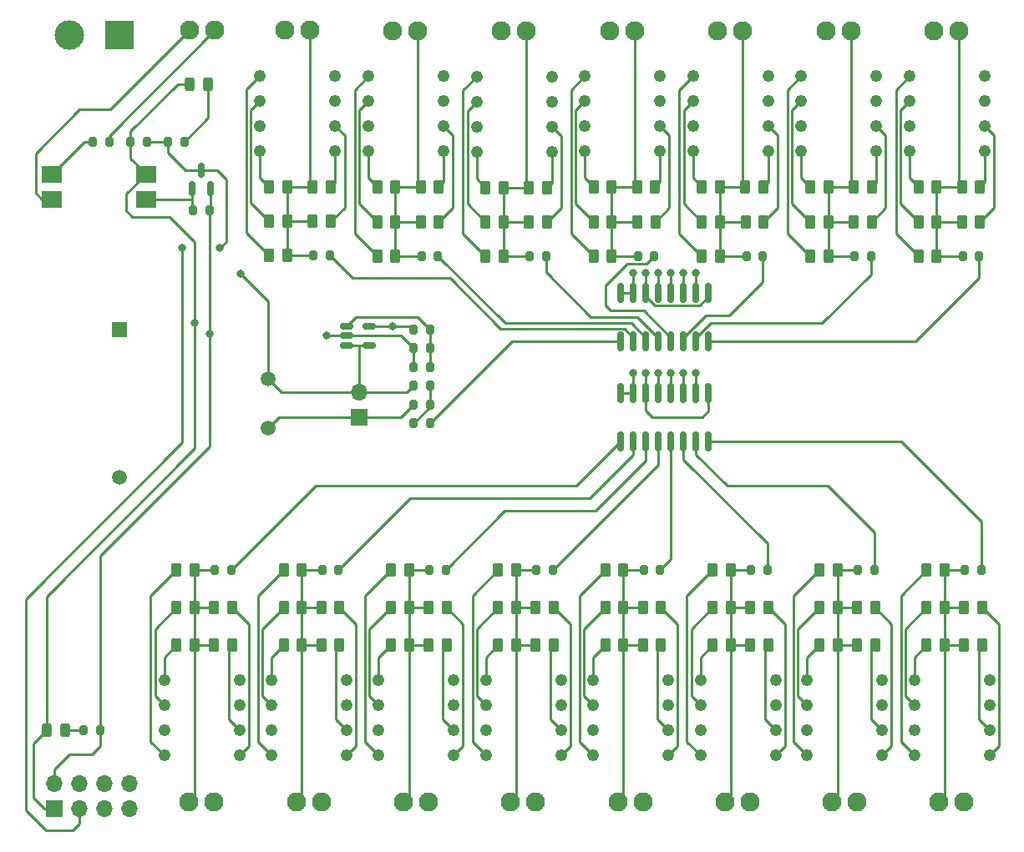
<source format=gbr>
%TF.GenerationSoftware,KiCad,Pcbnew,(7.0.0-0)*%
%TF.CreationDate,2023-02-21T10:25:41+01:00*%
%TF.ProjectId,epanel-energy-monitor,6570616e-656c-42d6-956e-657267792d6d,rev?*%
%TF.SameCoordinates,Original*%
%TF.FileFunction,Copper,L1,Top*%
%TF.FilePolarity,Positive*%
%FSLAX46Y46*%
G04 Gerber Fmt 4.6, Leading zero omitted, Abs format (unit mm)*
G04 Created by KiCad (PCBNEW (7.0.0-0)) date 2023-02-21 10:25:41*
%MOMM*%
%LPD*%
G01*
G04 APERTURE LIST*
G04 Aperture macros list*
%AMRoundRect*
0 Rectangle with rounded corners*
0 $1 Rounding radius*
0 $2 $3 $4 $5 $6 $7 $8 $9 X,Y pos of 4 corners*
0 Add a 4 corners polygon primitive as box body*
4,1,4,$2,$3,$4,$5,$6,$7,$8,$9,$2,$3,0*
0 Add four circle primitives for the rounded corners*
1,1,$1+$1,$2,$3*
1,1,$1+$1,$4,$5*
1,1,$1+$1,$6,$7*
1,1,$1+$1,$8,$9*
0 Add four rect primitives between the rounded corners*
20,1,$1+$1,$2,$3,$4,$5,0*
20,1,$1+$1,$4,$5,$6,$7,0*
20,1,$1+$1,$6,$7,$8,$9,0*
20,1,$1+$1,$8,$9,$2,$3,0*%
G04 Aperture macros list end*
%TA.AperFunction,ComponentPad*%
%ADD10C,1.217000*%
%TD*%
%TA.AperFunction,SMDPad,CuDef*%
%ADD11RoundRect,0.250000X0.262500X0.450000X-0.262500X0.450000X-0.262500X-0.450000X0.262500X-0.450000X0*%
%TD*%
%TA.AperFunction,SMDPad,CuDef*%
%ADD12RoundRect,0.250000X-0.262500X-0.450000X0.262500X-0.450000X0.262500X0.450000X-0.262500X0.450000X0*%
%TD*%
%TA.AperFunction,ComponentPad*%
%ADD13C,1.950000*%
%TD*%
%TA.AperFunction,SMDPad,CuDef*%
%ADD14RoundRect,0.200000X0.200000X0.275000X-0.200000X0.275000X-0.200000X-0.275000X0.200000X-0.275000X0*%
%TD*%
%TA.AperFunction,SMDPad,CuDef*%
%ADD15RoundRect,0.200000X-0.200000X-0.275000X0.200000X-0.275000X0.200000X0.275000X-0.200000X0.275000X0*%
%TD*%
%TA.AperFunction,SMDPad,CuDef*%
%ADD16RoundRect,0.243750X0.243750X0.456250X-0.243750X0.456250X-0.243750X-0.456250X0.243750X-0.456250X0*%
%TD*%
%TA.AperFunction,SMDPad,CuDef*%
%ADD17RoundRect,0.150000X0.150000X-0.825000X0.150000X0.825000X-0.150000X0.825000X-0.150000X-0.825000X0*%
%TD*%
%TA.AperFunction,SMDPad,CuDef*%
%ADD18R,2.000000X1.780000*%
%TD*%
%TA.AperFunction,SMDPad,CuDef*%
%ADD19RoundRect,0.150000X0.150000X-0.587500X0.150000X0.587500X-0.150000X0.587500X-0.150000X-0.587500X0*%
%TD*%
%TA.AperFunction,ComponentPad*%
%ADD20R,1.700000X1.700000*%
%TD*%
%TA.AperFunction,ComponentPad*%
%ADD21O,1.700000X1.700000*%
%TD*%
%TA.AperFunction,ComponentPad*%
%ADD22R,3.000000X3.000000*%
%TD*%
%TA.AperFunction,ComponentPad*%
%ADD23C,3.000000*%
%TD*%
%TA.AperFunction,SMDPad,CuDef*%
%ADD24RoundRect,0.150000X-0.512500X-0.150000X0.512500X-0.150000X0.512500X0.150000X-0.512500X0.150000X0*%
%TD*%
%TA.AperFunction,ComponentPad*%
%ADD25R,1.500000X1.500000*%
%TD*%
%TA.AperFunction,ComponentPad*%
%ADD26C,1.500000*%
%TD*%
%TA.AperFunction,ViaPad*%
%ADD27C,0.800000*%
%TD*%
%TA.AperFunction,Conductor*%
%ADD28C,0.250000*%
%TD*%
G04 APERTURE END LIST*
D10*
%TO.P,S15,1,pos_3*%
%TO.N,Net-(R98-Pad2)*%
X192310189Y-103541900D03*
%TO.P,S15,2,pos_2*%
%TO.N,Net-(R97-Pad2)*%
X192310189Y-106081900D03*
%TO.P,S15,3,Common*%
%TO.N,/CT Sensor 1/ZERO*%
X192310189Y-108621900D03*
%TO.P,S15,4,pos_1*%
%TO.N,Net-(R96-Pad2)*%
X192310189Y-111161900D03*
%TO.P,S15,5,NC*%
%TO.N,unconnected-(S15-Pad5)*%
X199930189Y-103541900D03*
%TO.P,S15,6,Common*%
%TO.N,/CT Sensor 1/ZERO*%
X199930189Y-106081900D03*
%TO.P,S15,7,pos_5*%
%TO.N,Net-(R100-Pad2)*%
X199930189Y-108621900D03*
%TO.P,S15,8,pos_4*%
%TO.N,Net-(R99-Pad2)*%
X199930189Y-111161900D03*
%TD*%
D11*
%TO.P,R74,1*%
%TO.N,Net-(J15-Pad1)*%
X151931769Y-99970480D03*
%TO.P,R74,2*%
%TO.N,Net-(R74-Pad2)*%
X150106769Y-99970480D03*
%TD*%
D12*
%TO.P,R45,1*%
%TO.N,Net-(J10-Pad1)*%
X186147889Y-53473789D03*
%TO.P,R45,2*%
%TO.N,Net-(R45-Pad2)*%
X187972889Y-53473789D03*
%TD*%
D11*
%TO.P,R48,1*%
%TO.N,Net-(J11-Pad1)*%
X194535689Y-53473789D03*
%TO.P,R48,2*%
%TO.N,Net-(R48-Pad2)*%
X192710689Y-53473789D03*
%TD*%
D12*
%TO.P,R88,1*%
%TO.N,Net-(J17-Pad1)*%
X175659169Y-99970480D03*
%TO.P,R88,2*%
%TO.N,Net-(R88-Pad2)*%
X177484169Y-99970480D03*
%TD*%
D13*
%TO.P,J15,1,Pin_1*%
%TO.N,Net-(J15-Pad1)*%
X151374869Y-115873280D03*
%TO.P,J15,2,Pin_2*%
%TO.N,/CT Sensor 1/ZERO*%
X153914869Y-115873280D03*
%TD*%
D11*
%TO.P,R92,1*%
%TO.N,Net-(J18-Pad1)*%
X184494569Y-99970480D03*
%TO.P,R92,2*%
%TO.N,Net-(R92-Pad2)*%
X182669569Y-99970480D03*
%TD*%
D14*
%TO.P,R77,1*%
%TO.N,/CT12*%
X166525469Y-92350480D03*
%TO.P,R77,2*%
%TO.N,Net-(J16-Pad1)*%
X164875469Y-92350480D03*
%TD*%
D11*
%TO.P,R18,1*%
%TO.N,Net-(J6-Pad1)*%
X139671689Y-53473789D03*
%TO.P,R18,2*%
%TO.N,Net-(R18-Pad2)*%
X137846689Y-53473789D03*
%TD*%
%TO.P,R42,1*%
%TO.N,Net-(J10-Pad1)*%
X183562889Y-53473789D03*
%TO.P,R42,2*%
%TO.N,Net-(R42-Pad2)*%
X181737889Y-53473789D03*
%TD*%
D10*
%TO.P,S12,1,pos_3*%
%TO.N,Net-(R80-Pad2)*%
X159747389Y-103541900D03*
%TO.P,S12,2,pos_2*%
%TO.N,Net-(R79-Pad2)*%
X159747389Y-106081900D03*
%TO.P,S12,3,Common*%
%TO.N,/CT Sensor 1/ZERO*%
X159747389Y-108621900D03*
%TO.P,S12,4,pos_1*%
%TO.N,Net-(R78-Pad2)*%
X159747389Y-111161900D03*
%TO.P,S12,5,NC*%
%TO.N,unconnected-(S12-Pad5)*%
X167367389Y-103541900D03*
%TO.P,S12,6,Common*%
%TO.N,/CT Sensor 1/ZERO*%
X167367389Y-106081900D03*
%TO.P,S12,7,pos_5*%
%TO.N,Net-(R82-Pad2)*%
X167367389Y-108621900D03*
%TO.P,S12,8,pos_4*%
%TO.N,Net-(R81-Pad2)*%
X167367389Y-111161900D03*
%TD*%
D11*
%TO.P,R55,1*%
%TO.N,Net-(J12-Pad1)*%
X119327300Y-96164400D03*
%TO.P,R55,2*%
%TO.N,Net-(R55-Pad2)*%
X117502300Y-96164400D03*
%TD*%
%TO.P,R54,1*%
%TO.N,Net-(J12-Pad1)*%
X119327300Y-92354400D03*
%TO.P,R54,2*%
%TO.N,Net-(R54-Pad2)*%
X117502300Y-92354400D03*
%TD*%
%TO.P,R67,1*%
%TO.N,Net-(J14-Pad1)*%
X141060569Y-96160480D03*
%TO.P,R67,2*%
%TO.N,Net-(R67-Pad2)*%
X139235569Y-96160480D03*
%TD*%
%TO.P,R68,1*%
%TO.N,Net-(J14-Pad1)*%
X141060569Y-99970480D03*
%TO.P,R68,2*%
%TO.N,Net-(R68-Pad2)*%
X139235569Y-99970480D03*
%TD*%
D12*
%TO.P,R81,1*%
%TO.N,Net-(J16-Pad1)*%
X164787969Y-96160480D03*
%TO.P,R81,2*%
%TO.N,Net-(R81-Pad2)*%
X166612969Y-96160480D03*
%TD*%
D14*
%TO.P,R29,1*%
%TO.N,/CT4*%
X165939789Y-60484189D03*
%TO.P,R29,2*%
%TO.N,Net-(J8-Pad1)*%
X164289789Y-60484189D03*
%TD*%
%TO.P,R11,1*%
%TO.N,/CT1*%
X133033600Y-60452000D03*
%TO.P,R11,2*%
%TO.N,Net-(J5-Pad1)*%
X131383600Y-60452000D03*
%TD*%
%TO.P,R9,1*%
%TO.N,Net-(R10-Pad2)*%
X143192000Y-75560000D03*
%TO.P,R9,2*%
%TO.N,Net-(J3-Pad1)*%
X141542000Y-75560000D03*
%TD*%
D10*
%TO.P,S11,1,pos_3*%
%TO.N,Net-(R74-Pad2)*%
X148876189Y-103541900D03*
%TO.P,S11,2,pos_2*%
%TO.N,Net-(R73-Pad2)*%
X148876189Y-106081900D03*
%TO.P,S11,3,Common*%
%TO.N,/CT Sensor 1/ZERO*%
X148876189Y-108621900D03*
%TO.P,S11,4,pos_1*%
%TO.N,Net-(R72-Pad2)*%
X148876189Y-111161900D03*
%TO.P,S11,5,NC*%
%TO.N,unconnected-(S11-Pad5)*%
X156496189Y-103541900D03*
%TO.P,S11,6,Common*%
%TO.N,/CT Sensor 1/ZERO*%
X156496189Y-106081900D03*
%TO.P,S11,7,pos_5*%
%TO.N,Net-(R76-Pad2)*%
X156496189Y-108621900D03*
%TO.P,S11,8,pos_4*%
%TO.N,Net-(R75-Pad2)*%
X156496189Y-111161900D03*
%TD*%
D15*
%TO.P,R6,1*%
%TO.N,GND*%
X141542000Y-69850000D03*
%TO.P,R6,2*%
%TO.N,Net-(C1-Pad1)*%
X143192000Y-69850000D03*
%TD*%
D11*
%TO.P,R12,1*%
%TO.N,Net-(J5-Pad1)*%
X128711100Y-53441600D03*
%TO.P,R12,2*%
%TO.N,Net-(R12-Pad2)*%
X126886100Y-53441600D03*
%TD*%
D14*
%TO.P,R59,1*%
%TO.N,/CT9*%
X133911869Y-92350480D03*
%TO.P,R59,2*%
%TO.N,Net-(J13-Pad1)*%
X132261869Y-92350480D03*
%TD*%
%TO.P,R8,1*%
%TO.N,Net-(R8-Pad1)*%
X143192000Y-77465000D03*
%TO.P,R8,2*%
%TO.N,Net-(R10-Pad2)*%
X141542000Y-77465000D03*
%TD*%
D13*
%TO.P,J5,1,Pin_1*%
%TO.N,Net-(J5-Pad1)*%
X131019600Y-37589600D03*
%TO.P,J5,2,Pin_2*%
%TO.N,/CT Sensor 1/ZERO*%
X128479600Y-37589600D03*
%TD*%
D12*
%TO.P,R27,1*%
%TO.N,Net-(J7-Pad1)*%
X153229489Y-53524589D03*
%TO.P,R27,2*%
%TO.N,Net-(R27-Pad2)*%
X155054489Y-53524589D03*
%TD*%
D11*
%TO.P,R61,1*%
%TO.N,Net-(J13-Pad1)*%
X130189369Y-96160480D03*
%TO.P,R61,2*%
%TO.N,Net-(R61-Pad2)*%
X128364369Y-96160480D03*
%TD*%
D13*
%TO.P,J6,1,Pin_1*%
%TO.N,Net-(J6-Pad1)*%
X141980189Y-37621789D03*
%TO.P,J6,2,Pin_2*%
%TO.N,/CT Sensor 1/ZERO*%
X139440189Y-37621789D03*
%TD*%
D10*
%TO.P,S6,1,pos_3*%
%TO.N,Net-(R44-Pad2)*%
X180835789Y-42246989D03*
%TO.P,S6,2,pos_2*%
%TO.N,Net-(R43-Pad2)*%
X180835789Y-44786989D03*
%TO.P,S6,3,Common*%
%TO.N,/CT Sensor 1/ZERO*%
X180835789Y-47326989D03*
%TO.P,S6,4,pos_1*%
%TO.N,Net-(R42-Pad2)*%
X180835789Y-49866989D03*
%TO.P,S6,5,NC*%
%TO.N,unconnected-(S6-Pad5)*%
X188455789Y-42246989D03*
%TO.P,S6,6,Common*%
%TO.N,/CT Sensor 1/ZERO*%
X188455789Y-44786989D03*
%TO.P,S6,7,pos_5*%
%TO.N,Net-(R46-Pad2)*%
X188455789Y-47326989D03*
%TO.P,S6,8,pos_4*%
%TO.N,Net-(R45-Pad2)*%
X188455789Y-49866989D03*
%TD*%
D14*
%TO.P,R3,1*%
%TO.N,/TIC*%
X114490000Y-48895000D03*
%TO.P,R3,2*%
%TO.N,+3V3*%
X112840000Y-48895000D03*
%TD*%
D16*
%TO.P,D2,1,K*%
%TO.N,Net-(D2-Pad1)*%
X120723900Y-43027600D03*
%TO.P,D2,2,A*%
%TO.N,+3V3*%
X118848900Y-43027600D03*
%TD*%
D14*
%TO.P,R89,1*%
%TO.N,/CT14*%
X188217069Y-92350480D03*
%TO.P,R89,2*%
%TO.N,Net-(J18-Pad1)*%
X186567069Y-92350480D03*
%TD*%
D11*
%TO.P,R13,1*%
%TO.N,Net-(J5-Pad1)*%
X128717500Y-56960000D03*
%TO.P,R13,2*%
%TO.N,Net-(R13-Pad2)*%
X126892500Y-56960000D03*
%TD*%
%TO.P,R30,1*%
%TO.N,Net-(J8-Pad1)*%
X161617289Y-53473789D03*
%TO.P,R30,2*%
%TO.N,Net-(R30-Pad2)*%
X159792289Y-53473789D03*
%TD*%
%TO.P,R86,1*%
%TO.N,Net-(J17-Pad1)*%
X173674169Y-99970480D03*
%TO.P,R86,2*%
%TO.N,Net-(R86-Pad2)*%
X171849169Y-99970480D03*
%TD*%
D17*
%TO.P,U2,1,CH0*%
%TO.N,Net-(R8-Pad1)*%
X162560000Y-69150000D03*
%TO.P,U2,2,CH1*%
%TO.N,/CT1*%
X163830000Y-69150000D03*
%TO.P,U2,3,CH2*%
%TO.N,/CT2*%
X165100000Y-69150000D03*
%TO.P,U2,4,CH3*%
%TO.N,/CT3*%
X166370000Y-69150000D03*
%TO.P,U2,5,CH4*%
%TO.N,/CT4*%
X167640000Y-69150000D03*
%TO.P,U2,6,CH5*%
%TO.N,/CT5*%
X168910000Y-69150000D03*
%TO.P,U2,7,CH6*%
%TO.N,/CT6*%
X170180000Y-69150000D03*
%TO.P,U2,8,CH7*%
%TO.N,/CT7*%
X171450000Y-69150000D03*
%TO.P,U2,9,DGND*%
%TO.N,GND*%
X171450000Y-64200000D03*
%TO.P,U2,10,~{CS}/SHDN*%
%TO.N,/CS1*%
X170180000Y-64200000D03*
%TO.P,U2,11,Din*%
%TO.N,/MOSI*%
X168910000Y-64200000D03*
%TO.P,U2,12,Dout*%
%TO.N,/MISO*%
X167640000Y-64200000D03*
%TO.P,U2,13,CLK*%
%TO.N,/SCLK*%
X166370000Y-64200000D03*
%TO.P,U2,14,AGND*%
%TO.N,GND*%
X165100000Y-64200000D03*
%TO.P,U2,15,Vref*%
%TO.N,+3V3*%
X163830000Y-64200000D03*
%TO.P,U2,16,Vdd*%
X162560000Y-64200000D03*
%TD*%
D16*
%TO.P,D1,1,K*%
%TO.N,Net-(D1-Pad1)*%
X106195100Y-108610400D03*
%TO.P,D1,2,A*%
%TO.N,+3V3*%
X104320100Y-108610400D03*
%TD*%
D15*
%TO.P,R10,1*%
%TO.N,/CT Sensor 1/ZERO*%
X141542000Y-73655000D03*
%TO.P,R10,2*%
%TO.N,Net-(R10-Pad2)*%
X143192000Y-73655000D03*
%TD*%
D12*
%TO.P,R51,1*%
%TO.N,Net-(J11-Pad1)*%
X197120689Y-53473789D03*
%TO.P,R51,2*%
%TO.N,Net-(R51-Pad2)*%
X198945689Y-53473789D03*
%TD*%
D13*
%TO.P,J2,1,Pin_1*%
%TO.N,Net-(J2-Pad1)*%
X121412000Y-37541200D03*
%TO.P,J2,2,Pin_2*%
%TO.N,Net-(J2-Pad2)*%
X118872000Y-37541200D03*
%TD*%
D12*
%TO.P,R69,1*%
%TO.N,Net-(J14-Pad1)*%
X143045569Y-96160480D03*
%TO.P,R69,2*%
%TO.N,Net-(R69-Pad2)*%
X144870569Y-96160480D03*
%TD*%
D11*
%TO.P,R19,1*%
%TO.N,Net-(J6-Pad1)*%
X139678089Y-56992189D03*
%TO.P,R19,2*%
%TO.N,Net-(R19-Pad2)*%
X137853089Y-56992189D03*
%TD*%
D13*
%TO.P,J7,1,Pin_1*%
%TO.N,Net-(J7-Pad1)*%
X152952989Y-37672589D03*
%TO.P,J7,2,Pin_2*%
%TO.N,/CT Sensor 1/ZERO*%
X150412989Y-37672589D03*
%TD*%
D11*
%TO.P,R96,1*%
%TO.N,Net-(J19-Pad1)*%
X195365769Y-92350480D03*
%TO.P,R96,2*%
%TO.N,Net-(R96-Pad2)*%
X193540769Y-92350480D03*
%TD*%
D10*
%TO.P,S8,1,pos_3*%
%TO.N,Net-(R56-Pad2)*%
X116271720Y-103545820D03*
%TO.P,S8,2,pos_2*%
%TO.N,Net-(R55-Pad2)*%
X116271720Y-106085820D03*
%TO.P,S8,3,Common*%
%TO.N,/CT Sensor 1/ZERO*%
X116271720Y-108625820D03*
%TO.P,S8,4,pos_1*%
%TO.N,Net-(R54-Pad2)*%
X116271720Y-111165820D03*
%TO.P,S8,5,NC*%
%TO.N,unconnected-(S8-Pad5)*%
X123891720Y-103545820D03*
%TO.P,S8,6,Common*%
%TO.N,/CT Sensor 1/ZERO*%
X123891720Y-106085820D03*
%TO.P,S8,7,pos_5*%
%TO.N,Net-(R58-Pad2)*%
X123891720Y-108625820D03*
%TO.P,S8,8,pos_4*%
%TO.N,Net-(R57-Pad2)*%
X123891720Y-111165820D03*
%TD*%
D18*
%TO.P,U1,1*%
%TO.N,Net-(R7-Pad2)*%
X104861399Y-52171599D03*
%TO.P,U1,2*%
%TO.N,Net-(J2-Pad2)*%
X104861399Y-54711599D03*
%TO.P,U1,3*%
%TO.N,Net-(Q1-Pad1)*%
X114391399Y-54711599D03*
%TO.P,U1,4*%
%TO.N,+3V3*%
X114391399Y-52171599D03*
%TD*%
D14*
%TO.P,R83,1*%
%TO.N,/CT13*%
X177396669Y-92350480D03*
%TO.P,R83,2*%
%TO.N,Net-(J17-Pad1)*%
X175746669Y-92350480D03*
%TD*%
D11*
%TO.P,R80,1*%
%TO.N,Net-(J16-Pad1)*%
X162802969Y-99970480D03*
%TO.P,R80,2*%
%TO.N,Net-(R80-Pad2)*%
X160977969Y-99970480D03*
%TD*%
D19*
%TO.P,Q1,1,G*%
%TO.N,Net-(Q1-Pad1)*%
X119065000Y-53642500D03*
%TO.P,Q1,2,S*%
%TO.N,GND*%
X120965000Y-53642500D03*
%TO.P,Q1,3,D*%
%TO.N,/TIC*%
X120015000Y-51767500D03*
%TD*%
D13*
%TO.P,J11,1,Pin_1*%
%TO.N,Net-(J11-Pad1)*%
X196844189Y-37621789D03*
%TO.P,J11,2,Pin_2*%
%TO.N,/CT Sensor 1/ZERO*%
X194304189Y-37621789D03*
%TD*%
D14*
%TO.P,R65,1*%
%TO.N,/CT10*%
X144783069Y-92350480D03*
%TO.P,R65,2*%
%TO.N,Net-(J14-Pad1)*%
X143133069Y-92350480D03*
%TD*%
D12*
%TO.P,R28,1*%
%TO.N,Net-(J7-Pad1)*%
X153235889Y-57042989D03*
%TO.P,R28,2*%
%TO.N,Net-(R28-Pad2)*%
X155060889Y-57042989D03*
%TD*%
D14*
%TO.P,R7,1*%
%TO.N,Net-(J2-Pad1)*%
X110680000Y-48895000D03*
%TO.P,R7,2*%
%TO.N,Net-(R7-Pad2)*%
X109030000Y-48895000D03*
%TD*%
D12*
%TO.P,R52,1*%
%TO.N,Net-(J11-Pad1)*%
X197127089Y-56992189D03*
%TO.P,R52,2*%
%TO.N,Net-(R52-Pad2)*%
X198952089Y-56992189D03*
%TD*%
%TO.P,R57,1*%
%TO.N,Net-(J12-Pad1)*%
X121312300Y-96164400D03*
%TO.P,R57,2*%
%TO.N,Net-(R57-Pad2)*%
X123137300Y-96164400D03*
%TD*%
%TO.P,R34,1*%
%TO.N,Net-(J8-Pad1)*%
X164208689Y-56992189D03*
%TO.P,R34,2*%
%TO.N,Net-(R34-Pad2)*%
X166033689Y-56992189D03*
%TD*%
D14*
%TO.P,R95,1*%
%TO.N,/CT15*%
X199088269Y-92350480D03*
%TO.P,R95,2*%
%TO.N,Net-(J19-Pad1)*%
X197438269Y-92350480D03*
%TD*%
D10*
%TO.P,S1,1,pos_3*%
%TO.N,Net-(R14-Pad2)*%
X125984000Y-42214800D03*
%TO.P,S1,2,pos_2*%
%TO.N,Net-(R13-Pad2)*%
X125984000Y-44754800D03*
%TO.P,S1,3,Common*%
%TO.N,/CT Sensor 1/ZERO*%
X125984000Y-47294800D03*
%TO.P,S1,4,pos_1*%
%TO.N,Net-(R12-Pad2)*%
X125984000Y-49834800D03*
%TO.P,S1,5,NC*%
%TO.N,unconnected-(S1-Pad5)*%
X133604000Y-42214800D03*
%TO.P,S1,6,Common*%
%TO.N,/CT Sensor 1/ZERO*%
X133604000Y-44754800D03*
%TO.P,S1,7,pos_5*%
%TO.N,Net-(R16-Pad2)*%
X133604000Y-47294800D03*
%TO.P,S1,8,pos_4*%
%TO.N,Net-(R15-Pad2)*%
X133604000Y-49834800D03*
%TD*%
D11*
%TO.P,R31,1*%
%TO.N,Net-(J8-Pad1)*%
X161623689Y-56992189D03*
%TO.P,R31,2*%
%TO.N,Net-(R31-Pad2)*%
X159798689Y-56992189D03*
%TD*%
%TO.P,R79,1*%
%TO.N,Net-(J16-Pad1)*%
X162802969Y-96160480D03*
%TO.P,R79,2*%
%TO.N,Net-(R79-Pad2)*%
X160977969Y-96160480D03*
%TD*%
D15*
%TO.P,R2,1*%
%TO.N,/TIC*%
X116650000Y-48895000D03*
%TO.P,R2,2*%
%TO.N,Net-(D2-Pad1)*%
X118300000Y-48895000D03*
%TD*%
D12*
%TO.P,R87,1*%
%TO.N,Net-(J17-Pad1)*%
X175659169Y-96160480D03*
%TO.P,R87,2*%
%TO.N,Net-(R87-Pad2)*%
X177484169Y-96160480D03*
%TD*%
D17*
%TO.P,U3,1,CH0*%
%TO.N,/CT8*%
X162560000Y-79310000D03*
%TO.P,U3,2,CH1*%
%TO.N,/CT9*%
X163830000Y-79310000D03*
%TO.P,U3,3,CH2*%
%TO.N,/CT10*%
X165100000Y-79310000D03*
%TO.P,U3,4,CH3*%
%TO.N,/CT11*%
X166370000Y-79310000D03*
%TO.P,U3,5,CH4*%
%TO.N,/CT12*%
X167640000Y-79310000D03*
%TO.P,U3,6,CH5*%
%TO.N,/CT13*%
X168910000Y-79310000D03*
%TO.P,U3,7,CH6*%
%TO.N,/CT14*%
X170180000Y-79310000D03*
%TO.P,U3,8,CH7*%
%TO.N,/CT15*%
X171450000Y-79310000D03*
%TO.P,U3,9,DGND*%
%TO.N,GND*%
X171450000Y-74360000D03*
%TO.P,U3,10,~{CS}/SHDN*%
%TO.N,/CS2*%
X170180000Y-74360000D03*
%TO.P,U3,11,Din*%
%TO.N,/MOSI*%
X168910000Y-74360000D03*
%TO.P,U3,12,Dout*%
%TO.N,/MISO*%
X167640000Y-74360000D03*
%TO.P,U3,13,CLK*%
%TO.N,/SCLK*%
X166370000Y-74360000D03*
%TO.P,U3,14,AGND*%
%TO.N,GND*%
X165100000Y-74360000D03*
%TO.P,U3,15,Vref*%
%TO.N,+3V3*%
X163830000Y-74360000D03*
%TO.P,U3,16,Vdd*%
X162560000Y-74360000D03*
%TD*%
D14*
%TO.P,R41,1*%
%TO.N,/CT6*%
X187885389Y-60484189D03*
%TO.P,R41,2*%
%TO.N,Net-(J10-Pad1)*%
X186235389Y-60484189D03*
%TD*%
D10*
%TO.P,S5,1,pos_3*%
%TO.N,Net-(R38-Pad2)*%
X169862989Y-42246989D03*
%TO.P,S5,2,pos_2*%
%TO.N,Net-(R37-Pad2)*%
X169862989Y-44786989D03*
%TO.P,S5,3,Common*%
%TO.N,/CT Sensor 1/ZERO*%
X169862989Y-47326989D03*
%TO.P,S5,4,pos_1*%
%TO.N,Net-(R36-Pad2)*%
X169862989Y-49866989D03*
%TO.P,S5,5,NC*%
%TO.N,unconnected-(S5-Pad5)*%
X177482989Y-42246989D03*
%TO.P,S5,6,Common*%
%TO.N,/CT Sensor 1/ZERO*%
X177482989Y-44786989D03*
%TO.P,S5,7,pos_5*%
%TO.N,Net-(R40-Pad2)*%
X177482989Y-47326989D03*
%TO.P,S5,8,pos_4*%
%TO.N,Net-(R39-Pad2)*%
X177482989Y-49866989D03*
%TD*%
D14*
%TO.P,R17,1*%
%TO.N,/CT2*%
X143994189Y-60484189D03*
%TO.P,R17,2*%
%TO.N,Net-(J6-Pad1)*%
X142344189Y-60484189D03*
%TD*%
D20*
%TO.P,J1,1,Pin_1*%
%TO.N,+3V3*%
X105079799Y-116535199D03*
D21*
%TO.P,J1,2,Pin_2*%
%TO.N,GND*%
X105079799Y-113995199D03*
%TO.P,J1,3,Pin_3*%
%TO.N,/TIC*%
X107619799Y-116535199D03*
%TO.P,J1,4,Pin_4*%
%TO.N,/SCLK*%
X107619799Y-113995199D03*
%TO.P,J1,5,Pin_5*%
%TO.N,/CS1*%
X110159799Y-116535199D03*
%TO.P,J1,6,Pin_6*%
%TO.N,/MISO*%
X110159799Y-113995199D03*
%TO.P,J1,7,Pin_7*%
%TO.N,/CS2*%
X112699799Y-116535199D03*
%TO.P,J1,8,Pin_8*%
%TO.N,/MOSI*%
X112699799Y-113995199D03*
%TD*%
D10*
%TO.P,S3,1,pos_3*%
%TO.N,Net-(R26-Pad2)*%
X147917389Y-42297789D03*
%TO.P,S3,2,pos_2*%
%TO.N,Net-(R25-Pad2)*%
X147917389Y-44837789D03*
%TO.P,S3,3,Common*%
%TO.N,/CT Sensor 1/ZERO*%
X147917389Y-47377789D03*
%TO.P,S3,4,pos_1*%
%TO.N,Net-(R24-Pad2)*%
X147917389Y-49917789D03*
%TO.P,S3,5,NC*%
%TO.N,unconnected-(S3-Pad5)*%
X155537389Y-42297789D03*
%TO.P,S3,6,Common*%
%TO.N,/CT Sensor 1/ZERO*%
X155537389Y-44837789D03*
%TO.P,S3,7,pos_5*%
%TO.N,Net-(R28-Pad2)*%
X155537389Y-47377789D03*
%TO.P,S3,8,pos_4*%
%TO.N,Net-(R27-Pad2)*%
X155537389Y-49917789D03*
%TD*%
D14*
%TO.P,R5,1*%
%TO.N,Net-(C1-Pad1)*%
X143192000Y-67945000D03*
%TO.P,R5,2*%
%TO.N,+3V3*%
X141542000Y-67945000D03*
%TD*%
%TO.P,R4,1*%
%TO.N,GND*%
X120840000Y-55880000D03*
%TO.P,R4,2*%
%TO.N,Net-(Q1-Pad1)*%
X119190000Y-55880000D03*
%TD*%
D10*
%TO.P,S4,1,pos_3*%
%TO.N,Net-(R32-Pad2)*%
X158890189Y-42246989D03*
%TO.P,S4,2,pos_2*%
%TO.N,Net-(R31-Pad2)*%
X158890189Y-44786989D03*
%TO.P,S4,3,Common*%
%TO.N,/CT Sensor 1/ZERO*%
X158890189Y-47326989D03*
%TO.P,S4,4,pos_1*%
%TO.N,Net-(R30-Pad2)*%
X158890189Y-49866989D03*
%TO.P,S4,5,NC*%
%TO.N,unconnected-(S4-Pad5)*%
X166510189Y-42246989D03*
%TO.P,S4,6,Common*%
%TO.N,/CT Sensor 1/ZERO*%
X166510189Y-44786989D03*
%TO.P,S4,7,pos_5*%
%TO.N,Net-(R34-Pad2)*%
X166510189Y-47326989D03*
%TO.P,S4,8,pos_4*%
%TO.N,Net-(R33-Pad2)*%
X166510189Y-49866989D03*
%TD*%
D12*
%TO.P,R93,1*%
%TO.N,Net-(J18-Pad1)*%
X186479569Y-96160480D03*
%TO.P,R93,2*%
%TO.N,Net-(R93-Pad2)*%
X188304569Y-96160480D03*
%TD*%
D13*
%TO.P,J8,1,Pin_1*%
%TO.N,Net-(J8-Pad1)*%
X163925789Y-37621789D03*
%TO.P,J8,2,Pin_2*%
%TO.N,/CT Sensor 1/ZERO*%
X161385789Y-37621789D03*
%TD*%
%TO.P,J9,1,Pin_1*%
%TO.N,Net-(J9-Pad1)*%
X174898589Y-37621789D03*
%TO.P,J9,2,Pin_2*%
%TO.N,/CT Sensor 1/ZERO*%
X172358589Y-37621789D03*
%TD*%
D11*
%TO.P,R14,1*%
%TO.N,Net-(J5-Pad1)*%
X128717500Y-60452000D03*
%TO.P,R14,2*%
%TO.N,Net-(R14-Pad2)*%
X126892500Y-60452000D03*
%TD*%
%TO.P,R97,1*%
%TO.N,Net-(J19-Pad1)*%
X195365769Y-96160480D03*
%TO.P,R97,2*%
%TO.N,Net-(R97-Pad2)*%
X193540769Y-96160480D03*
%TD*%
D10*
%TO.P,S7,1,pos_3*%
%TO.N,Net-(R50-Pad2)*%
X191808589Y-42246989D03*
%TO.P,S7,2,pos_2*%
%TO.N,Net-(R49-Pad2)*%
X191808589Y-44786989D03*
%TO.P,S7,3,Common*%
%TO.N,/CT Sensor 1/ZERO*%
X191808589Y-47326989D03*
%TO.P,S7,4,pos_1*%
%TO.N,Net-(R48-Pad2)*%
X191808589Y-49866989D03*
%TO.P,S7,5,NC*%
%TO.N,unconnected-(S7-Pad5)*%
X199428589Y-42246989D03*
%TO.P,S7,6,Common*%
%TO.N,/CT Sensor 1/ZERO*%
X199428589Y-44786989D03*
%TO.P,S7,7,pos_5*%
%TO.N,Net-(R52-Pad2)*%
X199428589Y-47326989D03*
%TO.P,S7,8,pos_4*%
%TO.N,Net-(R51-Pad2)*%
X199428589Y-49866989D03*
%TD*%
D11*
%TO.P,R56,1*%
%TO.N,Net-(J12-Pad1)*%
X119327300Y-99974400D03*
%TO.P,R56,2*%
%TO.N,Net-(R56-Pad2)*%
X117502300Y-99974400D03*
%TD*%
%TO.P,R72,1*%
%TO.N,Net-(J15-Pad1)*%
X151931769Y-92350480D03*
%TO.P,R72,2*%
%TO.N,Net-(R72-Pad2)*%
X150106769Y-92350480D03*
%TD*%
D10*
%TO.P,S2,1,pos_3*%
%TO.N,Net-(R20-Pad2)*%
X136944589Y-42246989D03*
%TO.P,S2,2,pos_2*%
%TO.N,Net-(R19-Pad2)*%
X136944589Y-44786989D03*
%TO.P,S2,3,Common*%
%TO.N,/CT Sensor 1/ZERO*%
X136944589Y-47326989D03*
%TO.P,S2,4,pos_1*%
%TO.N,Net-(R18-Pad2)*%
X136944589Y-49866989D03*
%TO.P,S2,5,NC*%
%TO.N,unconnected-(S2-Pad5)*%
X144564589Y-42246989D03*
%TO.P,S2,6,Common*%
%TO.N,/CT Sensor 1/ZERO*%
X144564589Y-44786989D03*
%TO.P,S2,7,pos_5*%
%TO.N,Net-(R22-Pad2)*%
X144564589Y-47326989D03*
%TO.P,S2,8,pos_4*%
%TO.N,Net-(R21-Pad2)*%
X144564589Y-49866989D03*
%TD*%
D12*
%TO.P,R22,1*%
%TO.N,Net-(J6-Pad1)*%
X142263089Y-56992189D03*
%TO.P,R22,2*%
%TO.N,Net-(R22-Pad2)*%
X144088089Y-56992189D03*
%TD*%
D13*
%TO.P,J14,1,Pin_1*%
%TO.N,Net-(J14-Pad1)*%
X140503669Y-115873280D03*
%TO.P,J14,2,Pin_2*%
%TO.N,/CT Sensor 1/ZERO*%
X143043669Y-115873280D03*
%TD*%
D11*
%TO.P,R37,1*%
%TO.N,Net-(J9-Pad1)*%
X172596489Y-56992189D03*
%TO.P,R37,2*%
%TO.N,Net-(R37-Pad2)*%
X170771489Y-56992189D03*
%TD*%
%TO.P,R91,1*%
%TO.N,Net-(J18-Pad1)*%
X184494569Y-96160480D03*
%TO.P,R91,2*%
%TO.N,Net-(R91-Pad2)*%
X182669569Y-96160480D03*
%TD*%
%TO.P,R38,1*%
%TO.N,Net-(J9-Pad1)*%
X172596489Y-60484189D03*
%TO.P,R38,2*%
%TO.N,Net-(R38-Pad2)*%
X170771489Y-60484189D03*
%TD*%
D13*
%TO.P,J16,1,Pin_1*%
%TO.N,Net-(J16-Pad1)*%
X162246069Y-115873280D03*
%TO.P,J16,2,Pin_2*%
%TO.N,/CT Sensor 1/ZERO*%
X164786069Y-115873280D03*
%TD*%
D10*
%TO.P,S13,1,pos_3*%
%TO.N,Net-(R86-Pad2)*%
X170618589Y-103541900D03*
%TO.P,S13,2,pos_2*%
%TO.N,Net-(R85-Pad2)*%
X170618589Y-106081900D03*
%TO.P,S13,3,Common*%
%TO.N,/CT Sensor 1/ZERO*%
X170618589Y-108621900D03*
%TO.P,S13,4,pos_1*%
%TO.N,Net-(R84-Pad2)*%
X170618589Y-111161900D03*
%TO.P,S13,5,NC*%
%TO.N,unconnected-(S13-Pad5)*%
X178238589Y-103541900D03*
%TO.P,S13,6,Common*%
%TO.N,/CT Sensor 1/ZERO*%
X178238589Y-106081900D03*
%TO.P,S13,7,pos_5*%
%TO.N,Net-(R88-Pad2)*%
X178238589Y-108621900D03*
%TO.P,S13,8,pos_4*%
%TO.N,Net-(R87-Pad2)*%
X178238589Y-111161900D03*
%TD*%
D11*
%TO.P,R60,1*%
%TO.N,Net-(J13-Pad1)*%
X130189369Y-92350480D03*
%TO.P,R60,2*%
%TO.N,Net-(R60-Pad2)*%
X128364369Y-92350480D03*
%TD*%
%TO.P,R26,1*%
%TO.N,Net-(J7-Pad1)*%
X150650889Y-60534989D03*
%TO.P,R26,2*%
%TO.N,Net-(R26-Pad2)*%
X148825889Y-60534989D03*
%TD*%
D10*
%TO.P,S9,1,pos_3*%
%TO.N,Net-(R62-Pad2)*%
X127133789Y-103541900D03*
%TO.P,S9,2,pos_2*%
%TO.N,Net-(R61-Pad2)*%
X127133789Y-106081900D03*
%TO.P,S9,3,Common*%
%TO.N,/CT Sensor 1/ZERO*%
X127133789Y-108621900D03*
%TO.P,S9,4,pos_1*%
%TO.N,Net-(R60-Pad2)*%
X127133789Y-111161900D03*
%TO.P,S9,5,NC*%
%TO.N,unconnected-(S9-Pad5)*%
X134753789Y-103541900D03*
%TO.P,S9,6,Common*%
%TO.N,/CT Sensor 1/ZERO*%
X134753789Y-106081900D03*
%TO.P,S9,7,pos_5*%
%TO.N,Net-(R64-Pad2)*%
X134753789Y-108621900D03*
%TO.P,S9,8,pos_4*%
%TO.N,Net-(R63-Pad2)*%
X134753789Y-111161900D03*
%TD*%
D12*
%TO.P,R46,1*%
%TO.N,Net-(J10-Pad1)*%
X186154289Y-56992189D03*
%TO.P,R46,2*%
%TO.N,Net-(R46-Pad2)*%
X187979289Y-56992189D03*
%TD*%
%TO.P,R40,1*%
%TO.N,Net-(J9-Pad1)*%
X175181489Y-56992189D03*
%TO.P,R40,2*%
%TO.N,Net-(R40-Pad2)*%
X177006489Y-56992189D03*
%TD*%
D11*
%TO.P,R85,1*%
%TO.N,Net-(J17-Pad1)*%
X173674169Y-96160480D03*
%TO.P,R85,2*%
%TO.N,Net-(R85-Pad2)*%
X171849169Y-96160480D03*
%TD*%
D12*
%TO.P,R15,1*%
%TO.N,Net-(J5-Pad1)*%
X131296100Y-53441600D03*
%TO.P,R15,2*%
%TO.N,Net-(R15-Pad2)*%
X133121100Y-53441600D03*
%TD*%
%TO.P,R63,1*%
%TO.N,Net-(J13-Pad1)*%
X132174369Y-96160480D03*
%TO.P,R63,2*%
%TO.N,Net-(R63-Pad2)*%
X133999369Y-96160480D03*
%TD*%
D20*
%TO.P,J3,1,Pin_1*%
%TO.N,Net-(J3-Pad1)*%
X135987499Y-76834999D03*
D21*
%TO.P,J3,2,Pin_2*%
%TO.N,/CT Sensor 1/ZERO*%
X135987499Y-74294999D03*
%TD*%
D11*
%TO.P,R20,1*%
%TO.N,Net-(J6-Pad1)*%
X139678089Y-60484189D03*
%TO.P,R20,2*%
%TO.N,Net-(R20-Pad2)*%
X137853089Y-60484189D03*
%TD*%
D14*
%TO.P,C1,1*%
%TO.N,Net-(C1-Pad1)*%
X143192000Y-71755000D03*
%TO.P,C1,2*%
%TO.N,GND*%
X141542000Y-71755000D03*
%TD*%
D11*
%TO.P,R49,1*%
%TO.N,Net-(J11-Pad1)*%
X194542089Y-56992189D03*
%TO.P,R49,2*%
%TO.N,Net-(R49-Pad2)*%
X192717089Y-56992189D03*
%TD*%
D14*
%TO.P,R47,1*%
%TO.N,/CT7*%
X198858189Y-60484189D03*
%TO.P,R47,2*%
%TO.N,Net-(J11-Pad1)*%
X197208189Y-60484189D03*
%TD*%
D22*
%TO.P,J4,1,Pin_1*%
%TO.N,Net-(J4-Pad1)*%
X111759999Y-38099999D03*
D23*
%TO.P,J4,2,Pin_2*%
%TO.N,Net-(J4-Pad2)*%
X106680000Y-38100000D03*
%TD*%
D10*
%TO.P,S10,1,pos_3*%
%TO.N,Net-(R68-Pad2)*%
X138004989Y-103541900D03*
%TO.P,S10,2,pos_2*%
%TO.N,Net-(R67-Pad2)*%
X138004989Y-106081900D03*
%TO.P,S10,3,Common*%
%TO.N,/CT Sensor 1/ZERO*%
X138004989Y-108621900D03*
%TO.P,S10,4,pos_1*%
%TO.N,Net-(R66-Pad2)*%
X138004989Y-111161900D03*
%TO.P,S10,5,NC*%
%TO.N,unconnected-(S10-Pad5)*%
X145624989Y-103541900D03*
%TO.P,S10,6,Common*%
%TO.N,/CT Sensor 1/ZERO*%
X145624989Y-106081900D03*
%TO.P,S10,7,pos_5*%
%TO.N,Net-(R70-Pad2)*%
X145624989Y-108621900D03*
%TO.P,S10,8,pos_4*%
%TO.N,Net-(R69-Pad2)*%
X145624989Y-111161900D03*
%TD*%
D12*
%TO.P,R58,1*%
%TO.N,Net-(J12-Pad1)*%
X121312300Y-99974400D03*
%TO.P,R58,2*%
%TO.N,Net-(R58-Pad2)*%
X123137300Y-99974400D03*
%TD*%
%TO.P,R76,1*%
%TO.N,Net-(J15-Pad1)*%
X153916769Y-99970480D03*
%TO.P,R76,2*%
%TO.N,Net-(R76-Pad2)*%
X155741769Y-99970480D03*
%TD*%
D11*
%TO.P,R66,1*%
%TO.N,Net-(J14-Pad1)*%
X141060569Y-92350480D03*
%TO.P,R66,2*%
%TO.N,Net-(R66-Pad2)*%
X139235569Y-92350480D03*
%TD*%
%TO.P,R78,1*%
%TO.N,Net-(J16-Pad1)*%
X162802969Y-92350480D03*
%TO.P,R78,2*%
%TO.N,Net-(R78-Pad2)*%
X160977969Y-92350480D03*
%TD*%
D12*
%TO.P,R70,1*%
%TO.N,Net-(J14-Pad1)*%
X143045569Y-99970480D03*
%TO.P,R70,2*%
%TO.N,Net-(R70-Pad2)*%
X144870569Y-99970480D03*
%TD*%
%TO.P,R100,1*%
%TO.N,Net-(J19-Pad1)*%
X197350769Y-99970480D03*
%TO.P,R100,2*%
%TO.N,Net-(R100-Pad2)*%
X199175769Y-99970480D03*
%TD*%
D11*
%TO.P,R25,1*%
%TO.N,Net-(J7-Pad1)*%
X150650889Y-57042989D03*
%TO.P,R25,2*%
%TO.N,Net-(R25-Pad2)*%
X148825889Y-57042989D03*
%TD*%
%TO.P,R73,1*%
%TO.N,Net-(J15-Pad1)*%
X151931769Y-96160480D03*
%TO.P,R73,2*%
%TO.N,Net-(R73-Pad2)*%
X150106769Y-96160480D03*
%TD*%
D12*
%TO.P,R94,1*%
%TO.N,Net-(J18-Pad1)*%
X186479569Y-99970480D03*
%TO.P,R94,2*%
%TO.N,Net-(R94-Pad2)*%
X188304569Y-99970480D03*
%TD*%
D13*
%TO.P,J10,1,Pin_1*%
%TO.N,Net-(J10-Pad1)*%
X185871389Y-37621789D03*
%TO.P,J10,2,Pin_2*%
%TO.N,/CT Sensor 1/ZERO*%
X183331389Y-37621789D03*
%TD*%
D11*
%TO.P,R62,1*%
%TO.N,Net-(J13-Pad1)*%
X130189369Y-99970480D03*
%TO.P,R62,2*%
%TO.N,Net-(R62-Pad2)*%
X128364369Y-99970480D03*
%TD*%
%TO.P,R32,1*%
%TO.N,Net-(J8-Pad1)*%
X161623689Y-60484189D03*
%TO.P,R32,2*%
%TO.N,Net-(R32-Pad2)*%
X159798689Y-60484189D03*
%TD*%
%TO.P,R98,1*%
%TO.N,Net-(J19-Pad1)*%
X195365769Y-99970480D03*
%TO.P,R98,2*%
%TO.N,Net-(R98-Pad2)*%
X193540769Y-99970480D03*
%TD*%
D13*
%TO.P,J17,1,Pin_1*%
%TO.N,Net-(J17-Pad1)*%
X173117269Y-115873280D03*
%TO.P,J17,2,Pin_2*%
%TO.N,/CT Sensor 1/ZERO*%
X175657269Y-115873280D03*
%TD*%
D14*
%TO.P,R1,1*%
%TO.N,GND*%
X109740200Y-108610400D03*
%TO.P,R1,2*%
%TO.N,Net-(D1-Pad1)*%
X108090200Y-108610400D03*
%TD*%
D12*
%TO.P,R33,1*%
%TO.N,Net-(J8-Pad1)*%
X164202289Y-53473789D03*
%TO.P,R33,2*%
%TO.N,Net-(R33-Pad2)*%
X166027289Y-53473789D03*
%TD*%
%TO.P,R39,1*%
%TO.N,Net-(J9-Pad1)*%
X175175089Y-53473789D03*
%TO.P,R39,2*%
%TO.N,Net-(R39-Pad2)*%
X177000089Y-53473789D03*
%TD*%
D11*
%TO.P,R90,1*%
%TO.N,Net-(J18-Pad1)*%
X184494569Y-92350480D03*
%TO.P,R90,2*%
%TO.N,Net-(R90-Pad2)*%
X182669569Y-92350480D03*
%TD*%
%TO.P,R50,1*%
%TO.N,Net-(J11-Pad1)*%
X194542089Y-60484189D03*
%TO.P,R50,2*%
%TO.N,Net-(R50-Pad2)*%
X192717089Y-60484189D03*
%TD*%
%TO.P,R84,1*%
%TO.N,Net-(J17-Pad1)*%
X173674169Y-92350480D03*
%TO.P,R84,2*%
%TO.N,Net-(R84-Pad2)*%
X171849169Y-92350480D03*
%TD*%
D12*
%TO.P,R99,1*%
%TO.N,Net-(J19-Pad1)*%
X197350769Y-96160480D03*
%TO.P,R99,2*%
%TO.N,Net-(R99-Pad2)*%
X199175769Y-96160480D03*
%TD*%
%TO.P,R64,1*%
%TO.N,Net-(J13-Pad1)*%
X132174369Y-99970480D03*
%TO.P,R64,2*%
%TO.N,Net-(R64-Pad2)*%
X133999369Y-99970480D03*
%TD*%
D11*
%TO.P,R44,1*%
%TO.N,Net-(J10-Pad1)*%
X183569289Y-60484189D03*
%TO.P,R44,2*%
%TO.N,Net-(R44-Pad2)*%
X181744289Y-60484189D03*
%TD*%
D13*
%TO.P,J19,1,Pin_1*%
%TO.N,Net-(J19-Pad1)*%
X194808869Y-115873280D03*
%TO.P,J19,2,Pin_2*%
%TO.N,/CT Sensor 1/ZERO*%
X197348869Y-115873280D03*
%TD*%
%TO.P,J12,1,Pin_1*%
%TO.N,Net-(J12-Pad1)*%
X118770400Y-115877200D03*
%TO.P,J12,2,Pin_2*%
%TO.N,/CT Sensor 1/ZERO*%
X121310400Y-115877200D03*
%TD*%
D12*
%TO.P,R82,1*%
%TO.N,Net-(J16-Pad1)*%
X164787969Y-99970480D03*
%TO.P,R82,2*%
%TO.N,Net-(R82-Pad2)*%
X166612969Y-99970480D03*
%TD*%
D14*
%TO.P,R53,1*%
%TO.N,/CT8*%
X123049800Y-92354400D03*
%TO.P,R53,2*%
%TO.N,Net-(J12-Pad1)*%
X121399800Y-92354400D03*
%TD*%
D12*
%TO.P,R21,1*%
%TO.N,Net-(J6-Pad1)*%
X142256689Y-53473789D03*
%TO.P,R21,2*%
%TO.N,Net-(R21-Pad2)*%
X144081689Y-53473789D03*
%TD*%
D11*
%TO.P,R43,1*%
%TO.N,Net-(J10-Pad1)*%
X183569289Y-56992189D03*
%TO.P,R43,2*%
%TO.N,Net-(R43-Pad2)*%
X181744289Y-56992189D03*
%TD*%
%TO.P,R36,1*%
%TO.N,Net-(J9-Pad1)*%
X172590089Y-53473789D03*
%TO.P,R36,2*%
%TO.N,Net-(R36-Pad2)*%
X170765089Y-53473789D03*
%TD*%
D12*
%TO.P,R16,1*%
%TO.N,Net-(J5-Pad1)*%
X131302500Y-56960000D03*
%TO.P,R16,2*%
%TO.N,Net-(R16-Pad2)*%
X133127500Y-56960000D03*
%TD*%
D14*
%TO.P,R71,1*%
%TO.N,/CT11*%
X155654269Y-92350480D03*
%TO.P,R71,2*%
%TO.N,Net-(J15-Pad1)*%
X154004269Y-92350480D03*
%TD*%
D12*
%TO.P,R75,1*%
%TO.N,Net-(J15-Pad1)*%
X153916769Y-96160480D03*
%TO.P,R75,2*%
%TO.N,Net-(R75-Pad2)*%
X155741769Y-96160480D03*
%TD*%
D24*
%TO.P,U4,1,+*%
%TO.N,Net-(C1-Pad1)*%
X134752500Y-67630000D03*
%TO.P,U4,2,V-*%
%TO.N,GND*%
X134752500Y-68580000D03*
%TO.P,U4,3,-*%
%TO.N,/CT Sensor 1/ZERO*%
X134752500Y-69530000D03*
%TO.P,U4,4*%
X137027500Y-69530000D03*
%TO.P,U4,5,V+*%
%TO.N,+3V3*%
X137027500Y-67630000D03*
%TD*%
D13*
%TO.P,J18,1,Pin_1*%
%TO.N,Net-(J18-Pad1)*%
X183937669Y-115873280D03*
%TO.P,J18,2,Pin_2*%
%TO.N,/CT Sensor 1/ZERO*%
X186477669Y-115873280D03*
%TD*%
D14*
%TO.P,R23,1*%
%TO.N,/CT3*%
X154966989Y-60534989D03*
%TO.P,R23,2*%
%TO.N,Net-(J7-Pad1)*%
X153316989Y-60534989D03*
%TD*%
D25*
%TO.P,T1,1,AA*%
%TO.N,Net-(J4-Pad1)*%
X111759999Y-67944999D03*
D26*
%TO.P,T1,2,AB*%
%TO.N,Net-(J4-Pad2)*%
X111760000Y-82945000D03*
%TO.P,T1,3,SA*%
%TO.N,/CT Sensor 1/ZERO*%
X126760000Y-72945000D03*
%TO.P,T1,4,SB*%
%TO.N,Net-(J3-Pad1)*%
X126760000Y-77945000D03*
%TD*%
D11*
%TO.P,R24,1*%
%TO.N,Net-(J7-Pad1)*%
X150644489Y-53524589D03*
%TO.P,R24,2*%
%TO.N,Net-(R24-Pad2)*%
X148819489Y-53524589D03*
%TD*%
D14*
%TO.P,R35,1*%
%TO.N,/CT5*%
X176912589Y-60484189D03*
%TO.P,R35,2*%
%TO.N,Net-(J9-Pad1)*%
X175262589Y-60484189D03*
%TD*%
D13*
%TO.P,J13,1,Pin_1*%
%TO.N,Net-(J13-Pad1)*%
X129632469Y-115873280D03*
%TO.P,J13,2,Pin_2*%
%TO.N,/CT Sensor 1/ZERO*%
X132172469Y-115873280D03*
%TD*%
D10*
%TO.P,S14,1,pos_3*%
%TO.N,Net-(R92-Pad2)*%
X181438989Y-103541900D03*
%TO.P,S14,2,pos_2*%
%TO.N,Net-(R91-Pad2)*%
X181438989Y-106081900D03*
%TO.P,S14,3,Common*%
%TO.N,/CT Sensor 1/ZERO*%
X181438989Y-108621900D03*
%TO.P,S14,4,pos_1*%
%TO.N,Net-(R90-Pad2)*%
X181438989Y-111161900D03*
%TO.P,S14,5,NC*%
%TO.N,unconnected-(S14-Pad5)*%
X189058989Y-103541900D03*
%TO.P,S14,6,Common*%
%TO.N,/CT Sensor 1/ZERO*%
X189058989Y-106081900D03*
%TO.P,S14,7,pos_5*%
%TO.N,Net-(R94-Pad2)*%
X189058989Y-108621900D03*
%TO.P,S14,8,pos_4*%
%TO.N,Net-(R93-Pad2)*%
X189058989Y-111161900D03*
%TD*%
D27*
%TO.N,GND*%
X120840000Y-68390000D03*
X165100000Y-72390000D03*
X132715000Y-68580000D03*
X165100000Y-62230000D03*
%TO.N,+3V3*%
X119380000Y-67310000D03*
X139380000Y-67630000D03*
X163830000Y-72390000D03*
X163830000Y-62230000D03*
%TO.N,/TIC*%
X118110000Y-59690000D03*
X121920000Y-59690000D03*
%TO.N,/SCLK*%
X166370000Y-62230000D03*
X166370000Y-72390000D03*
%TO.N,/CS1*%
X170180000Y-62230000D03*
%TO.N,/MISO*%
X167640000Y-62230000D03*
X167640000Y-72390000D03*
%TO.N,/CS2*%
X170180000Y-72390000D03*
%TO.N,/MOSI*%
X168910000Y-62230000D03*
X168910000Y-72390000D03*
%TO.N,/CT Sensor 1/ZERO*%
X124002800Y-62280800D03*
%TD*%
D28*
%TO.N,GND*%
X171450000Y-64200000D02*
X171450000Y-64576072D01*
X105079800Y-112598200D02*
X106629200Y-111048800D01*
X170815000Y-76835000D02*
X171450000Y-76200000D01*
X166023448Y-65499520D02*
X165100000Y-64576072D01*
X120840000Y-79820000D02*
X120840000Y-68390000D01*
X108915200Y-111048800D02*
X109740200Y-110223800D01*
X171450000Y-64576072D02*
X170526552Y-65499520D01*
X109740200Y-110223800D02*
X109740200Y-108610400D01*
X165100000Y-64200000D02*
X165100000Y-62230000D01*
X140272000Y-68580000D02*
X134752500Y-68580000D01*
X132715000Y-68580000D02*
X134752500Y-68580000D01*
X165100000Y-74360000D02*
X165100000Y-76200000D01*
X165735000Y-76835000D02*
X170815000Y-76835000D01*
X106629200Y-111048800D02*
X108915200Y-111048800D01*
X120965000Y-55755000D02*
X120840000Y-55880000D01*
X141542000Y-71755000D02*
X141542000Y-69850000D01*
X109740200Y-108610400D02*
X109740200Y-90919800D01*
X170526552Y-65499520D02*
X166023448Y-65499520D01*
X171450000Y-76200000D02*
X171450000Y-74360000D01*
X109740200Y-90919800D02*
X120840000Y-79820000D01*
X165100000Y-72390000D02*
X165100000Y-74360000D01*
X105079800Y-113995200D02*
X105079800Y-112598200D01*
X165100000Y-76200000D02*
X165735000Y-76835000D01*
X120965000Y-53642500D02*
X120965000Y-55755000D01*
X120840000Y-68390000D02*
X120840000Y-55880000D01*
X140272000Y-68580000D02*
X141542000Y-69850000D01*
X165100000Y-64576072D02*
X165100000Y-64200000D01*
%TO.N,Net-(D2-Pad1)*%
X120723900Y-46471100D02*
X118300000Y-48895000D01*
X120723900Y-43027600D02*
X120723900Y-46471100D01*
%TO.N,+3V3*%
X163830000Y-72390000D02*
X163830000Y-74360000D01*
X117627400Y-43027600D02*
X112840000Y-47815000D01*
X104320100Y-95069900D02*
X119380000Y-80010000D01*
X163830000Y-74360000D02*
X162560000Y-74360000D01*
X112840000Y-48895000D02*
X112840000Y-50610000D01*
X112395000Y-54168000D02*
X112395000Y-55880000D01*
X163830000Y-64200000D02*
X162560000Y-64200000D01*
X103022400Y-109908100D02*
X104320100Y-108610400D01*
X116840000Y-56515000D02*
X119380000Y-59055000D01*
X163830000Y-64200000D02*
X163830000Y-62230000D01*
X118848900Y-43027600D02*
X117627400Y-43027600D01*
X141227000Y-67630000D02*
X141542000Y-67945000D01*
X103022400Y-115417600D02*
X103022400Y-109908100D01*
X113030000Y-56515000D02*
X116840000Y-56515000D01*
X112840000Y-47815000D02*
X112840000Y-48895000D01*
X137027500Y-67630000D02*
X139380000Y-67630000D01*
X119380000Y-59055000D02*
X119380000Y-67310000D01*
X105079800Y-116535200D02*
X104140000Y-116535200D01*
X112840000Y-50610000D02*
X114391400Y-52161400D01*
X104320100Y-108610400D02*
X104320100Y-95069900D01*
X104140000Y-116535200D02*
X103022400Y-115417600D01*
X119380000Y-80010000D02*
X119380000Y-67310000D01*
X114391400Y-52161400D02*
X114391400Y-52171600D01*
X114391400Y-52171600D02*
X112395000Y-54168000D01*
X139380000Y-67630000D02*
X141227000Y-67630000D01*
X112395000Y-55880000D02*
X113030000Y-56515000D01*
%TO.N,/TIC*%
X104292400Y-118770400D02*
X102209600Y-116687600D01*
X120015000Y-51767500D02*
X118442500Y-51767500D01*
X104292400Y-118770400D02*
X106984800Y-118770400D01*
X118442500Y-51767500D02*
X116650000Y-49975000D01*
X107619800Y-117983000D02*
X107696000Y-118059200D01*
X107619800Y-116535200D02*
X107619800Y-117983000D01*
X121920000Y-59690000D02*
X122555000Y-59055000D01*
X116650000Y-49975000D02*
X116650000Y-48895000D01*
X118110000Y-79375000D02*
X118110000Y-59690000D01*
X122555000Y-52705000D02*
X121617500Y-51767500D01*
X121617500Y-51767500D02*
X120015000Y-51767500D01*
X102209600Y-95275400D02*
X118110000Y-79375000D01*
X102209600Y-116687600D02*
X102209600Y-95275400D01*
X107696000Y-118059200D02*
X106984800Y-118770400D01*
X116650000Y-48895000D02*
X114490000Y-48895000D01*
X122555000Y-59055000D02*
X122555000Y-52705000D01*
%TO.N,/SCLK*%
X166370000Y-64200000D02*
X166370000Y-62230000D01*
X166370000Y-72390000D02*
X166370000Y-74360000D01*
%TO.N,/CS1*%
X170180000Y-62230000D02*
X170180000Y-64200000D01*
%TO.N,/MISO*%
X167640000Y-64200000D02*
X167640000Y-62230000D01*
X167640000Y-74360000D02*
X167640000Y-72390000D01*
%TO.N,/CS2*%
X170180000Y-72390000D02*
X170180000Y-74360000D01*
%TO.N,Net-(J3-Pad1)*%
X127870000Y-76835000D02*
X126760000Y-77945000D01*
X140237500Y-76835000D02*
X135987500Y-76835000D01*
X141512500Y-75560000D02*
X140237500Y-76835000D01*
X135987500Y-76835000D02*
X127870000Y-76835000D01*
%TO.N,/MOSI*%
X168910000Y-64200000D02*
X168910000Y-62230000D01*
X168910000Y-72390000D02*
X168910000Y-74360000D01*
%TO.N,Net-(C1-Pad1)*%
X143192000Y-71755000D02*
X143192000Y-69850000D01*
X134752500Y-67630000D02*
X135707500Y-66675000D01*
X141922000Y-66675000D02*
X143192000Y-67945000D01*
X143192000Y-69850000D02*
X143192000Y-67945000D01*
X135707500Y-66675000D02*
X141922000Y-66675000D01*
%TO.N,Net-(D1-Pad1)*%
X106195100Y-108610400D02*
X108090200Y-108610400D01*
%TO.N,Net-(J2-Pad1)*%
X110680000Y-48895000D02*
X110680000Y-48273200D01*
X110680000Y-48273200D02*
X121412000Y-37541200D01*
%TO.N,Net-(J2-Pad2)*%
X107696000Y-45618400D02*
X103225600Y-50088800D01*
X103225600Y-54051200D02*
X103886000Y-54711600D01*
X110794800Y-45618400D02*
X107696000Y-45618400D01*
X103225600Y-50088800D02*
X103225600Y-54051200D01*
X103886000Y-54711600D02*
X104861400Y-54711600D01*
X118872000Y-37541200D02*
X110794800Y-45618400D01*
%TO.N,Net-(R8-Pad1)*%
X151507000Y-69150000D02*
X143192000Y-77465000D01*
X162560000Y-69150000D02*
X151507000Y-69150000D01*
%TO.N,/CT Sensor 1/ZERO*%
X135987500Y-69561500D02*
X135956000Y-69530000D01*
X134752500Y-69530000D02*
X135956000Y-69530000D01*
X135987500Y-74295000D02*
X135987500Y-69561500D01*
X141512500Y-73655000D02*
X140872500Y-74295000D01*
X126760000Y-65038000D02*
X124002800Y-62280800D01*
X135987500Y-74295000D02*
X128110000Y-74295000D01*
X140872500Y-74295000D02*
X135987500Y-74295000D01*
X126760000Y-72945000D02*
X126760000Y-65038000D01*
X128110000Y-74295000D02*
X126760000Y-72945000D01*
X135956000Y-69530000D02*
X137027500Y-69530000D01*
%TO.N,Net-(J5-Pad1)*%
X131296100Y-53441600D02*
X128711100Y-53441600D01*
X131019600Y-37589600D02*
X131019600Y-53165100D01*
X131019600Y-53165100D02*
X131296100Y-53441600D01*
X131383600Y-60452000D02*
X128717500Y-60452000D01*
X131302500Y-56960000D02*
X128717500Y-56960000D01*
X128717500Y-53448000D02*
X128711100Y-53441600D01*
X128717500Y-60452000D02*
X128717500Y-56960000D01*
X128717500Y-56960000D02*
X128717500Y-53448000D01*
%TO.N,Net-(J6-Pad1)*%
X142344189Y-60484189D02*
X139678089Y-60484189D01*
X139678089Y-53480189D02*
X139671689Y-53473789D01*
X139678089Y-56992189D02*
X139678089Y-53480189D01*
X141980189Y-53197289D02*
X142256689Y-53473789D01*
X141980189Y-37621789D02*
X141980189Y-53197289D01*
X142256689Y-53473789D02*
X139671689Y-53473789D01*
X142263089Y-56992189D02*
X139678089Y-56992189D01*
X139678089Y-60484189D02*
X139678089Y-56992189D01*
%TO.N,Net-(J7-Pad1)*%
X150650889Y-57042989D02*
X150650889Y-53530989D01*
X152952989Y-37672589D02*
X152952989Y-53248089D01*
X150650889Y-60534989D02*
X150650889Y-57042989D01*
X153229489Y-53524589D02*
X150644489Y-53524589D01*
X153235889Y-57042989D02*
X150650889Y-57042989D01*
X152952989Y-53248089D02*
X153229489Y-53524589D01*
X150650889Y-53530989D02*
X150644489Y-53524589D01*
X153316989Y-60534989D02*
X150650889Y-60534989D01*
%TO.N,Net-(J8-Pad1)*%
X161623689Y-60484189D02*
X161623689Y-56992189D01*
X161623689Y-53480189D02*
X161617289Y-53473789D01*
X164289789Y-60484189D02*
X161623689Y-60484189D01*
X164208689Y-56992189D02*
X161623689Y-56992189D01*
X161623689Y-56992189D02*
X161623689Y-53480189D01*
X163925789Y-53197289D02*
X164202289Y-53473789D01*
X164202289Y-53473789D02*
X161617289Y-53473789D01*
X163925789Y-37621789D02*
X163925789Y-53197289D01*
%TO.N,Net-(J9-Pad1)*%
X174898589Y-37621789D02*
X174898589Y-53197289D01*
X172596489Y-56992189D02*
X172596489Y-53480189D01*
X175175089Y-53473789D02*
X172590089Y-53473789D01*
X175181489Y-56992189D02*
X172596489Y-56992189D01*
X172596489Y-53480189D02*
X172590089Y-53473789D01*
X174898589Y-53197289D02*
X175175089Y-53473789D01*
X175262589Y-60484189D02*
X172596489Y-60484189D01*
X172596489Y-60484189D02*
X172596489Y-56992189D01*
%TO.N,Net-(J10-Pad1)*%
X186147889Y-53473789D02*
X183562889Y-53473789D01*
X186235389Y-60484189D02*
X183569289Y-60484189D01*
X185871389Y-53197289D02*
X186147889Y-53473789D01*
X183569289Y-53480189D02*
X183562889Y-53473789D01*
X186154289Y-56992189D02*
X183569289Y-56992189D01*
X183569289Y-60484189D02*
X183569289Y-56992189D01*
X185871389Y-37621789D02*
X185871389Y-53197289D01*
X183569289Y-56992189D02*
X183569289Y-53480189D01*
%TO.N,Net-(J11-Pad1)*%
X196844189Y-53197289D02*
X197120689Y-53473789D01*
X197120689Y-53473789D02*
X194535689Y-53473789D01*
X196844189Y-37621789D02*
X196844189Y-53197289D01*
X194542089Y-60484189D02*
X194542089Y-56992189D01*
X194542089Y-53480189D02*
X194535689Y-53473789D01*
X197127089Y-56992189D02*
X194542089Y-56992189D01*
X194542089Y-56992189D02*
X194542089Y-53480189D01*
X197208189Y-60484189D02*
X194542089Y-60484189D01*
%TO.N,Net-(J12-Pad1)*%
X121399800Y-92354400D02*
X119327300Y-92354400D01*
X121312300Y-96164400D02*
X119327300Y-96164400D01*
X119327300Y-92354400D02*
X119327300Y-96164400D01*
X119327300Y-96164400D02*
X119327300Y-99974400D01*
X119327300Y-115320300D02*
X118770400Y-115877200D01*
X119327300Y-99974400D02*
X119327300Y-115320300D01*
X121312300Y-99974400D02*
X119327300Y-99974400D01*
%TO.N,Net-(J13-Pad1)*%
X132174369Y-99970480D02*
X130189369Y-99970480D01*
X132174369Y-96160480D02*
X130189369Y-96160480D01*
X130189369Y-96160480D02*
X130189369Y-99970480D01*
X130189369Y-115316380D02*
X129632469Y-115873280D01*
X132261869Y-92350480D02*
X130189369Y-92350480D01*
X130189369Y-92350480D02*
X130189369Y-96160480D01*
X130189369Y-99970480D02*
X130189369Y-115316380D01*
%TO.N,Net-(J14-Pad1)*%
X143045569Y-96160480D02*
X141060569Y-96160480D01*
X143133069Y-92350480D02*
X141060569Y-92350480D01*
X143045569Y-99970480D02*
X141060569Y-99970480D01*
X141060569Y-92350480D02*
X141060569Y-96160480D01*
X141060569Y-115316380D02*
X140503669Y-115873280D01*
X141060569Y-99970480D02*
X141060569Y-115316380D01*
X141060569Y-96160480D02*
X141060569Y-99970480D01*
%TO.N,Net-(J15-Pad1)*%
X151931769Y-99970480D02*
X151931769Y-115316380D01*
X153916769Y-96160480D02*
X151931769Y-96160480D01*
X151931769Y-115316380D02*
X151374869Y-115873280D01*
X153916769Y-99970480D02*
X151931769Y-99970480D01*
X151931769Y-92350480D02*
X151931769Y-96160480D01*
X154004269Y-92350480D02*
X151931769Y-92350480D01*
X151931769Y-96160480D02*
X151931769Y-99970480D01*
%TO.N,Net-(J16-Pad1)*%
X162802969Y-92350480D02*
X162802969Y-96160480D01*
X162802969Y-115316380D02*
X162246069Y-115873280D01*
X162802969Y-99970480D02*
X162802969Y-115316380D01*
X164787969Y-96160480D02*
X162802969Y-96160480D01*
X162802969Y-96160480D02*
X162802969Y-99970480D01*
X164787969Y-99970480D02*
X162802969Y-99970480D01*
X164875469Y-92350480D02*
X162802969Y-92350480D01*
%TO.N,Net-(J17-Pad1)*%
X173674169Y-99970480D02*
X173674169Y-115316380D01*
X175746669Y-92350480D02*
X173674169Y-92350480D01*
X173674169Y-92350480D02*
X173674169Y-96160480D01*
X173674169Y-115316380D02*
X173117269Y-115873280D01*
X175659169Y-99970480D02*
X173674169Y-99970480D01*
X173674169Y-96160480D02*
X173674169Y-99970480D01*
X175659169Y-96160480D02*
X173674169Y-96160480D01*
%TO.N,Net-(J18-Pad1)*%
X184494569Y-96160480D02*
X184494569Y-99970480D01*
X184494569Y-92350480D02*
X184494569Y-96160480D01*
X186479569Y-99970480D02*
X184494569Y-99970480D01*
X186567069Y-92350480D02*
X184494569Y-92350480D01*
X184494569Y-115316380D02*
X183937669Y-115873280D01*
X186479569Y-96160480D02*
X184494569Y-96160480D01*
X184494569Y-99970480D02*
X184494569Y-115316380D01*
%TO.N,Net-(J19-Pad1)*%
X195365769Y-115316380D02*
X194808869Y-115873280D01*
X195365769Y-92350480D02*
X195365769Y-96160480D01*
X195365769Y-99970480D02*
X195365769Y-115316380D01*
X195365769Y-96160480D02*
X195365769Y-99970480D01*
X197350769Y-99970480D02*
X195365769Y-99970480D01*
X197438269Y-92350480D02*
X195365769Y-92350480D01*
X197350769Y-96160480D02*
X195365769Y-96160480D01*
%TO.N,Net-(R10-Pad2)*%
X143192000Y-73655000D02*
X143192000Y-75560000D01*
X143192000Y-75560000D02*
X143192000Y-75815000D01*
X143192000Y-75815000D02*
X141542000Y-77465000D01*
%TO.N,Net-(Q1-Pad1)*%
X114391400Y-54711600D02*
X119004000Y-54711600D01*
X119065000Y-53642500D02*
X119065000Y-54772600D01*
X119065000Y-54772600D02*
X119065000Y-55755000D01*
X119065000Y-55755000D02*
X119190000Y-55880000D01*
X119004000Y-54711600D02*
X119065000Y-54772600D01*
%TO.N,Net-(R16-Pad2)*%
X133604000Y-47294800D02*
X134537011Y-48227811D01*
X134537011Y-55550489D02*
X133127500Y-56960000D01*
X134537011Y-48227811D02*
X134537011Y-55550489D01*
%TO.N,Net-(R22-Pad2)*%
X145497600Y-55582678D02*
X144088089Y-56992189D01*
X144564589Y-47326989D02*
X145497600Y-48260000D01*
X145497600Y-48260000D02*
X145497600Y-55582678D01*
%TO.N,Net-(R28-Pad2)*%
X155537389Y-47377789D02*
X156470400Y-48310800D01*
X156470400Y-55633478D02*
X155060889Y-57042989D01*
X156470400Y-48310800D02*
X156470400Y-55633478D01*
%TO.N,Net-(R7-Pad2)*%
X104861400Y-52171600D02*
X108138000Y-48895000D01*
X108138000Y-48895000D02*
X109030000Y-48895000D01*
%TO.N,/CT1*%
X163830000Y-68773928D02*
X162906552Y-67850480D01*
X163830000Y-69150000D02*
X163830000Y-68773928D01*
X145237200Y-62738000D02*
X135319600Y-62738000D01*
X150349680Y-67850480D02*
X145237200Y-62738000D01*
X162906552Y-67850480D02*
X150349680Y-67850480D01*
X135319600Y-62738000D02*
X133033600Y-60452000D01*
%TO.N,Net-(R34-Pad2)*%
X167443200Y-55582678D02*
X166033689Y-56992189D01*
X166510189Y-47326989D02*
X167443200Y-48260000D01*
X167443200Y-48260000D02*
X167443200Y-55582678D01*
%TO.N,Net-(R12-Pad2)*%
X125984000Y-49834800D02*
X125984000Y-52539500D01*
X125984000Y-52539500D02*
X126886100Y-53441600D01*
%TO.N,Net-(R13-Pad2)*%
X125050989Y-55118489D02*
X126892500Y-56960000D01*
X125050989Y-45687811D02*
X125050989Y-55118489D01*
X125984000Y-44754800D02*
X125050989Y-45687811D01*
%TO.N,Net-(R14-Pad2)*%
X125984000Y-42214800D02*
X124601469Y-43597331D01*
X124601469Y-43597331D02*
X124601469Y-58160969D01*
X124601469Y-58160969D02*
X126892500Y-60452000D01*
%TO.N,Net-(R15-Pad2)*%
X133604000Y-52958700D02*
X133604000Y-49834800D01*
X133121100Y-53441600D02*
X133604000Y-52958700D01*
%TO.N,/CT2*%
X165100000Y-69150000D02*
X165100000Y-68773928D01*
X150820000Y-67310000D02*
X143994189Y-60484189D01*
X165100000Y-68773928D02*
X163636072Y-67310000D01*
X163636072Y-67310000D02*
X150820000Y-67310000D01*
%TO.N,Net-(R40-Pad2)*%
X178416000Y-55582678D02*
X177006489Y-56992189D01*
X177482989Y-47326989D02*
X178416000Y-48260000D01*
X178416000Y-48260000D02*
X178416000Y-55582678D01*
%TO.N,Net-(R18-Pad2)*%
X136944589Y-52571689D02*
X137846689Y-53473789D01*
X136944589Y-49866989D02*
X136944589Y-52571689D01*
%TO.N,Net-(R19-Pad2)*%
X136944589Y-44786989D02*
X136011578Y-45720000D01*
X136011578Y-45720000D02*
X136011578Y-55150678D01*
X136011578Y-55150678D02*
X137853089Y-56992189D01*
%TO.N,Net-(R20-Pad2)*%
X136944589Y-42246989D02*
X135562058Y-43629520D01*
X135562058Y-43629520D02*
X135562058Y-58193158D01*
X135562058Y-58193158D02*
X137853089Y-60484189D01*
%TO.N,Net-(R21-Pad2)*%
X144081689Y-53473789D02*
X144564589Y-52990889D01*
X144564589Y-52990889D02*
X144564589Y-49866989D01*
%TO.N,/CT3*%
X159512000Y-66649600D02*
X154966989Y-62104589D01*
X164245672Y-66649600D02*
X159512000Y-66649600D01*
X166370000Y-69150000D02*
X166370000Y-68580000D01*
X166370000Y-68773928D02*
X164245672Y-66649600D01*
X154966989Y-62104589D02*
X154966989Y-60534989D01*
%TO.N,Net-(R46-Pad2)*%
X188455789Y-47326989D02*
X189388800Y-48260000D01*
X189388800Y-48260000D02*
X189388800Y-55582678D01*
X189388800Y-55582678D02*
X187979289Y-56992189D01*
%TO.N,Net-(R24-Pad2)*%
X147917389Y-49917789D02*
X147917389Y-52622489D01*
X147917389Y-52622489D02*
X148819489Y-53524589D01*
%TO.N,Net-(R25-Pad2)*%
X147917389Y-44837789D02*
X146984378Y-45770800D01*
X146984378Y-55201478D02*
X148825889Y-57042989D01*
X146984378Y-45770800D02*
X146984378Y-55201478D01*
%TO.N,Net-(R26-Pad2)*%
X147917389Y-42297789D02*
X146534858Y-43680320D01*
X146534858Y-58243958D02*
X148825889Y-60534989D01*
X146534858Y-43680320D02*
X146534858Y-58243958D01*
%TO.N,Net-(R27-Pad2)*%
X155054489Y-53524589D02*
X155537389Y-53041689D01*
X155537389Y-53041689D02*
X155537389Y-49917789D01*
%TO.N,/CT4*%
X163201491Y-61283709D02*
X165140269Y-61283709D01*
X161493200Y-65989200D02*
X161010600Y-65506600D01*
X161010600Y-65506600D02*
X161010600Y-63474600D01*
X165140269Y-61283709D02*
X165939789Y-60484189D01*
X161010600Y-63474600D02*
X163201491Y-61283709D01*
X164855272Y-65989200D02*
X161493200Y-65989200D01*
X167640000Y-68773928D02*
X164855272Y-65989200D01*
X167640000Y-69150000D02*
X167640000Y-68773928D01*
%TO.N,Net-(R52-Pad2)*%
X199428589Y-47326989D02*
X200361600Y-48260000D01*
X200361600Y-55582678D02*
X198952089Y-56992189D01*
X200361600Y-48260000D02*
X200361600Y-55582678D01*
%TO.N,Net-(R30-Pad2)*%
X158890189Y-49866989D02*
X158890189Y-52571689D01*
X158890189Y-52571689D02*
X159792289Y-53473789D01*
%TO.N,Net-(R31-Pad2)*%
X157957178Y-55150678D02*
X159798689Y-56992189D01*
X157957178Y-45720000D02*
X157957178Y-55150678D01*
X158890189Y-44786989D02*
X157957178Y-45720000D01*
%TO.N,Net-(R32-Pad2)*%
X158890189Y-42246989D02*
X157507658Y-43629520D01*
X157507658Y-43629520D02*
X157507658Y-58193158D01*
X157507658Y-58193158D02*
X159798689Y-60484189D01*
%TO.N,Net-(R33-Pad2)*%
X166510189Y-52990889D02*
X166510189Y-49866989D01*
X166027289Y-53473789D02*
X166510189Y-52990889D01*
%TO.N,/CT5*%
X176912589Y-63117411D02*
X176912589Y-60484189D01*
X168910000Y-69150000D02*
X168910000Y-68773928D01*
X168910000Y-68773928D02*
X171194408Y-66489520D01*
X173540480Y-66489520D02*
X176912589Y-63117411D01*
X171194408Y-66489520D02*
X173540480Y-66489520D01*
%TO.N,Net-(R58-Pad2)*%
X122783600Y-100328100D02*
X122783600Y-107517700D01*
X123137300Y-99974400D02*
X122783600Y-100328100D01*
X122783600Y-107517700D02*
X123891720Y-108625820D01*
%TO.N,Net-(R36-Pad2)*%
X169862989Y-52571689D02*
X170765089Y-53473789D01*
X169862989Y-49866989D02*
X169862989Y-52571689D01*
%TO.N,Net-(R37-Pad2)*%
X169862989Y-44786989D02*
X168929978Y-45720000D01*
X168929978Y-45720000D02*
X168929978Y-55150678D01*
X168929978Y-55150678D02*
X170771489Y-56992189D01*
%TO.N,Net-(R38-Pad2)*%
X168480458Y-43629520D02*
X168480458Y-58193158D01*
X169862989Y-42246989D02*
X168480458Y-43629520D01*
X168480458Y-58193158D02*
X170771489Y-60484189D01*
%TO.N,Net-(R39-Pad2)*%
X177482989Y-52990889D02*
X177482989Y-49866989D01*
X177000089Y-53473789D02*
X177482989Y-52990889D01*
%TO.N,/CT6*%
X170180000Y-68773928D02*
X171643928Y-67310000D01*
X182930800Y-67310000D02*
X187885389Y-62355411D01*
X170180000Y-69150000D02*
X170180000Y-68773928D01*
X187885389Y-62355411D02*
X187885389Y-60484189D01*
X171643928Y-67310000D02*
X182930800Y-67310000D01*
%TO.N,Net-(R64-Pad2)*%
X133645669Y-100324180D02*
X133645669Y-107513780D01*
X133645669Y-107513780D02*
X134753789Y-108621900D01*
X133999369Y-99970480D02*
X133645669Y-100324180D01*
%TO.N,Net-(R42-Pad2)*%
X180835789Y-52571689D02*
X181737889Y-53473789D01*
X180835789Y-49866989D02*
X180835789Y-52571689D01*
%TO.N,Net-(R43-Pad2)*%
X180835789Y-44786989D02*
X179902778Y-45720000D01*
X179902778Y-45720000D02*
X179902778Y-55150678D01*
X179902778Y-55150678D02*
X181744289Y-56992189D01*
%TO.N,Net-(R44-Pad2)*%
X179453258Y-58193158D02*
X181744289Y-60484189D01*
X179453258Y-43629520D02*
X179453258Y-58193158D01*
X180835789Y-42246989D02*
X179453258Y-43629520D01*
%TO.N,Net-(R45-Pad2)*%
X188455789Y-52990889D02*
X188455789Y-49866989D01*
X187972889Y-53473789D02*
X188455789Y-52990889D01*
%TO.N,/CT7*%
X171450000Y-69150000D02*
X192419200Y-69150000D01*
X192419200Y-69150000D02*
X198858189Y-62711011D01*
X198858189Y-62711011D02*
X198858189Y-60484189D01*
%TO.N,Net-(R70-Pad2)*%
X144516869Y-107513780D02*
X145624989Y-108621900D01*
X144516869Y-100324180D02*
X144516869Y-107513780D01*
X144870569Y-99970480D02*
X144516869Y-100324180D01*
%TO.N,Net-(R48-Pad2)*%
X191808589Y-49866989D02*
X191808589Y-52571689D01*
X191808589Y-52571689D02*
X192710689Y-53473789D01*
%TO.N,Net-(R49-Pad2)*%
X190875578Y-45720000D02*
X190875578Y-55150678D01*
X191808589Y-44786989D02*
X190875578Y-45720000D01*
X190875578Y-55150678D02*
X192717089Y-56992189D01*
%TO.N,Net-(R50-Pad2)*%
X190426058Y-58193158D02*
X192717089Y-60484189D01*
X190426058Y-43629520D02*
X190426058Y-58193158D01*
X191808589Y-42246989D02*
X190426058Y-43629520D01*
%TO.N,Net-(R51-Pad2)*%
X198945689Y-53473789D02*
X199428589Y-52990889D01*
X199428589Y-52990889D02*
X199428589Y-49866989D01*
%TO.N,/CT8*%
X158050000Y-83820000D02*
X131584200Y-83820000D01*
X162560000Y-79310000D02*
X158050000Y-83820000D01*
X131584200Y-83820000D02*
X123049800Y-92354400D01*
%TO.N,Net-(R76-Pad2)*%
X155388069Y-107513780D02*
X156496189Y-108621900D01*
X155741769Y-99970480D02*
X155388069Y-100324180D01*
X155388069Y-100324180D02*
X155388069Y-107513780D01*
%TO.N,Net-(R54-Pad2)*%
X114889189Y-94967511D02*
X114889189Y-109783289D01*
X114889189Y-109783289D02*
X116271720Y-111165820D01*
X117502300Y-92354400D02*
X114889189Y-94967511D01*
%TO.N,Net-(R55-Pad2)*%
X117502300Y-96164400D02*
X115338709Y-98327991D01*
X115338709Y-98327991D02*
X115338709Y-105152809D01*
X115338709Y-105152809D02*
X116271720Y-106085820D01*
%TO.N,Net-(R56-Pad2)*%
X117502300Y-99974400D02*
X116271720Y-101204980D01*
X116271720Y-101204980D02*
X116271720Y-103545820D01*
%TO.N,Net-(R57-Pad2)*%
X124824731Y-97851831D02*
X123137300Y-96164400D01*
X124824731Y-110232809D02*
X124824731Y-97851831D01*
X123891720Y-111165820D02*
X124824731Y-110232809D01*
%TO.N,/CT14*%
X170180000Y-80645000D02*
X173355000Y-83820000D01*
X173355000Y-83820000D02*
X183515000Y-83820000D01*
X183515000Y-83820000D02*
X188217069Y-88522069D01*
X188217069Y-88522069D02*
X188217069Y-92350480D01*
X170180000Y-79310000D02*
X170180000Y-80645000D01*
%TO.N,Net-(R82-Pad2)*%
X166259269Y-107513780D02*
X167367389Y-108621900D01*
X166612969Y-99970480D02*
X166259269Y-100324180D01*
X166259269Y-100324180D02*
X166259269Y-107513780D01*
%TO.N,Net-(R60-Pad2)*%
X128364369Y-92350480D02*
X125751258Y-94963591D01*
X125751258Y-94963591D02*
X125751258Y-109779369D01*
X125751258Y-109779369D02*
X127133789Y-111161900D01*
%TO.N,Net-(R61-Pad2)*%
X126200778Y-98324071D02*
X126200778Y-105148889D01*
X128364369Y-96160480D02*
X126200778Y-98324071D01*
X126200778Y-105148889D02*
X127133789Y-106081900D01*
%TO.N,Net-(R62-Pad2)*%
X127133789Y-101201060D02*
X127133789Y-103541900D01*
X128364369Y-99970480D02*
X127133789Y-101201060D01*
%TO.N,Net-(R63-Pad2)*%
X135686800Y-97847911D02*
X133999369Y-96160480D01*
X135686800Y-110228889D02*
X135686800Y-97847911D01*
X134753789Y-111161900D02*
X135686800Y-110228889D01*
%TO.N,/CT10*%
X160020000Y-86360000D02*
X150773549Y-86360000D01*
X165100000Y-81280000D02*
X160020000Y-86360000D01*
X150773549Y-86360000D02*
X144783069Y-92350480D01*
X165100000Y-79310000D02*
X165100000Y-81280000D01*
%TO.N,Net-(R88-Pad2)*%
X177484169Y-99970480D02*
X177130469Y-100324180D01*
X177130469Y-107513780D02*
X178238589Y-108621900D01*
X177130469Y-100324180D02*
X177130469Y-107513780D01*
%TO.N,Net-(R66-Pad2)*%
X139235569Y-92350480D02*
X136622458Y-94963591D01*
X136622458Y-109779369D02*
X138004989Y-111161900D01*
X136622458Y-94963591D02*
X136622458Y-109779369D01*
%TO.N,Net-(R67-Pad2)*%
X137071978Y-105148889D02*
X138004989Y-106081900D01*
X139235569Y-96160480D02*
X137071978Y-98324071D01*
X137071978Y-98324071D02*
X137071978Y-105148889D01*
%TO.N,Net-(R68-Pad2)*%
X138004989Y-101201060D02*
X138004989Y-103541900D01*
X139235569Y-99970480D02*
X138004989Y-101201060D01*
%TO.N,Net-(R69-Pad2)*%
X146558000Y-97847911D02*
X144870569Y-96160480D01*
X146558000Y-110228889D02*
X146558000Y-97847911D01*
X145624989Y-111161900D02*
X146558000Y-110228889D01*
%TO.N,/CT11*%
X166370000Y-81634749D02*
X166370000Y-79310000D01*
X155654269Y-92350480D02*
X166370000Y-81634749D01*
%TO.N,Net-(R94-Pad2)*%
X187950869Y-100324180D02*
X187950869Y-107513780D01*
X187950869Y-107513780D02*
X189058989Y-108621900D01*
X188304569Y-99970480D02*
X187950869Y-100324180D01*
%TO.N,Net-(R72-Pad2)*%
X147493658Y-109779369D02*
X148876189Y-111161900D01*
X147493658Y-94963591D02*
X147493658Y-109779369D01*
X150106769Y-92350480D02*
X147493658Y-94963591D01*
%TO.N,Net-(R73-Pad2)*%
X147943178Y-105148889D02*
X148876189Y-106081900D01*
X147943178Y-98324071D02*
X147943178Y-105148889D01*
X150106769Y-96160480D02*
X147943178Y-98324071D01*
%TO.N,Net-(R74-Pad2)*%
X148876189Y-101201060D02*
X148876189Y-103541900D01*
X150106769Y-99970480D02*
X148876189Y-101201060D01*
%TO.N,Net-(R75-Pad2)*%
X156496189Y-111161900D02*
X157429200Y-110228889D01*
X157429200Y-110228889D02*
X157429200Y-97847911D01*
X157429200Y-97847911D02*
X155741769Y-96160480D01*
%TO.N,/CT13*%
X168910000Y-79310000D02*
X168910000Y-81127600D01*
X177396669Y-92350480D02*
X177396669Y-89614269D01*
X177396669Y-89614269D02*
X168910000Y-81127600D01*
%TO.N,Net-(R100-Pad2)*%
X198822069Y-107513780D02*
X199930189Y-108621900D01*
X199175769Y-99970480D02*
X198822069Y-100324180D01*
X198822069Y-100324180D02*
X198822069Y-107513780D01*
%TO.N,Net-(R78-Pad2)*%
X158364858Y-109779369D02*
X159747389Y-111161900D01*
X160977969Y-92350480D02*
X158364858Y-94963591D01*
X158364858Y-94963591D02*
X158364858Y-109779369D01*
%TO.N,Net-(R79-Pad2)*%
X160977969Y-96160480D02*
X158814378Y-98324071D01*
X158814378Y-98324071D02*
X158814378Y-105148889D01*
X158814378Y-105148889D02*
X159747389Y-106081900D01*
%TO.N,Net-(R80-Pad2)*%
X160977969Y-99970480D02*
X159747389Y-101201060D01*
X159747389Y-101201060D02*
X159747389Y-103541900D01*
%TO.N,Net-(R81-Pad2)*%
X168300400Y-97847911D02*
X166612969Y-96160480D01*
X168300400Y-110228889D02*
X168300400Y-97847911D01*
X167367389Y-111161900D02*
X168300400Y-110228889D01*
%TO.N,/CT12*%
X167640000Y-91235949D02*
X166525469Y-92350480D01*
X167640000Y-79310000D02*
X167640000Y-91235949D01*
%TO.N,Net-(R84-Pad2)*%
X169236058Y-109779369D02*
X170618589Y-111161900D01*
X169236058Y-94963591D02*
X169236058Y-109779369D01*
X171849169Y-92350480D02*
X169236058Y-94963591D01*
%TO.N,Net-(R85-Pad2)*%
X169685578Y-105148889D02*
X170618589Y-106081900D01*
X169685578Y-98324071D02*
X169685578Y-105148889D01*
X171849169Y-96160480D02*
X169685578Y-98324071D01*
%TO.N,Net-(R86-Pad2)*%
X171849169Y-99970480D02*
X170618589Y-101201060D01*
X170618589Y-101201060D02*
X170618589Y-103541900D01*
%TO.N,Net-(R87-Pad2)*%
X179171600Y-97847911D02*
X177484169Y-96160480D01*
X179171600Y-110228889D02*
X179171600Y-97847911D01*
X178238589Y-111161900D02*
X179171600Y-110228889D01*
%TO.N,Net-(R90-Pad2)*%
X180056458Y-109779369D02*
X181438989Y-111161900D01*
X182669569Y-92350480D02*
X180056458Y-94963591D01*
X180056458Y-94963591D02*
X180056458Y-109779369D01*
%TO.N,Net-(R91-Pad2)*%
X180505978Y-105148889D02*
X181438989Y-106081900D01*
X182669569Y-96160480D02*
X180505978Y-98324071D01*
X180505978Y-98324071D02*
X180505978Y-105148889D01*
%TO.N,Net-(R92-Pad2)*%
X181438989Y-101201060D02*
X181438989Y-103541900D01*
X182669569Y-99970480D02*
X181438989Y-101201060D01*
%TO.N,Net-(R93-Pad2)*%
X189058989Y-111161900D02*
X189992000Y-110228889D01*
X189992000Y-97847911D02*
X188304569Y-96160480D01*
X189992000Y-110228889D02*
X189992000Y-97847911D01*
%TO.N,/CT15*%
X199088269Y-87429869D02*
X199088269Y-92350480D01*
X190968400Y-79310000D02*
X199088269Y-87429869D01*
X171450000Y-79310000D02*
X190968400Y-79310000D01*
%TO.N,Net-(R96-Pad2)*%
X190927658Y-109779369D02*
X192310189Y-111161900D01*
X190927658Y-94963591D02*
X190927658Y-109779369D01*
X193540769Y-92350480D02*
X190927658Y-94963591D01*
%TO.N,Net-(R97-Pad2)*%
X193540769Y-96160480D02*
X191377178Y-98324071D01*
X191377178Y-98324071D02*
X191377178Y-105148889D01*
X191377178Y-105148889D02*
X192310189Y-106081900D01*
%TO.N,Net-(R98-Pad2)*%
X193540769Y-99970480D02*
X192310189Y-101201060D01*
X192310189Y-101201060D02*
X192310189Y-103541900D01*
%TO.N,Net-(R99-Pad2)*%
X200863200Y-110228889D02*
X200863200Y-97847911D01*
X199930189Y-111161900D02*
X200863200Y-110228889D01*
X200863200Y-97847911D02*
X199175769Y-96160480D01*
%TO.N,/CT9*%
X163830000Y-79310000D02*
X163830000Y-80645000D01*
X141172349Y-85090000D02*
X133911869Y-92350480D01*
X159385000Y-85090000D02*
X141172349Y-85090000D01*
X163830000Y-80645000D02*
X159385000Y-85090000D01*
%TD*%
M02*

</source>
